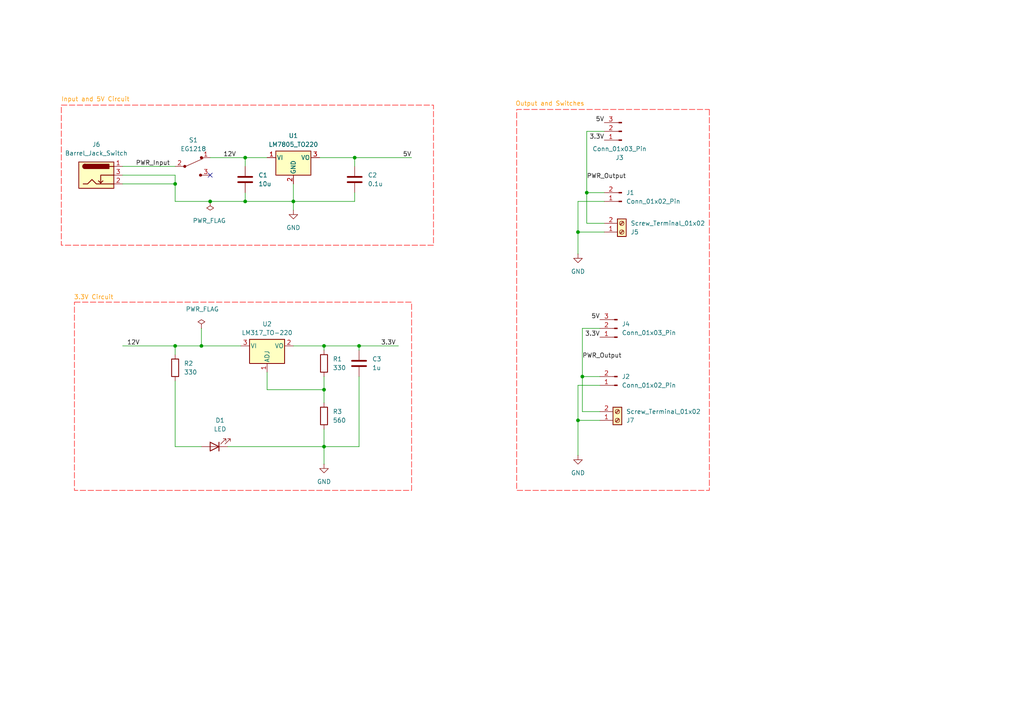
<source format=kicad_sch>
(kicad_sch (version 20250114) (generator "eeschema") (generator_version "9.0")
  (paper "A4")
  (title_block (title "BreadBoard Power Supply") (date "2026-01-29") (rev "1"))
  (lib_symbols
    (symbol "Connector:Barrel_Jack_Switch" (pin_names (hide yes))
      (property "Reference" "J" (at 0 5.334 0))
      (property "Value" "Barrel_Jack_Switch" (at 0 -5.08 0))
      (symbol "Barrel_Jack_Switch_0_1"
        (rectangle (start -5.08 3.81) (end 5.08 -3.81) (stroke (width 0.254)) (fill (type background)))
        (polyline (pts (xy -3.81 -2.54) (xy -2.54 -2.54) (xy -1.27 -1.27) (xy 0 -2.54) (xy 2.54 -2.54) (xy 5.08 -2.54)) (stroke (width 0.254)))
        (arc (start -3.302 1.905) (mid -3.9343 2.54) (end -3.302 3.175) (stroke (width 0.254)))
        (arc (start -3.302 1.905) (mid -3.9343 2.54) (end -3.302 3.175) (stroke (width 0.254)) (fill (type outline)))
        (polyline (pts (xy 1.27 -2.286) (xy 1.905 -1.651)) (stroke (width 0.254)))
        (rectangle (start 3.683 3.175) (end -3.302 1.905) (stroke (width 0.254)) (fill (type outline)))
        (polyline (pts (xy 5.08 2.54) (xy 3.81 2.54)) (stroke (width 0.254)))
        (polyline (pts (xy 5.08 0) (xy 1.27 0) (xy 1.27 -2.286) (xy 0.635 -1.651)) (stroke (width 0.254)))
      )
      (symbol "Barrel_Jack_Switch_1_1"
        (pin passive line (at 7.62 2.54 180) (length 2.54) (name "~") (number "1"))
        (pin passive line (at 7.62 0 180) (length 2.54) (name "~") (number "3"))
        (pin passive line (at 7.62 -2.54 180) (length 2.54) (name "~") (number "2"))
      )
    )
    (symbol "Connector:Conn_01x02_Pin" (pin_names (offset 1.016) (hide yes))
      (property "Reference" "J" (at 0 2.54 0))
      (property "Value" "Conn_01x02_Pin" (at 0 -5.08 0))
      (symbol "Conn_01x02_Pin_1_1"
        (rectangle (start 0.8636 0.127) (end 0 -0.127) (stroke (width 0.1524)) (fill (type outline)))
        (rectangle (start 0.8636 -2.413) (end 0 -2.667) (stroke (width 0.1524)) (fill (type outline)))
        (polyline (pts (xy 1.27 0) (xy 0.8636 0)) (stroke (width 0.1524)))
        (polyline (pts (xy 1.27 -2.54) (xy 0.8636 -2.54)) (stroke (width 0.1524)))
        (pin passive line (at 5.08 0 180) (length 3.81) (name "Pin_1") (number "1"))
        (pin passive line (at 5.08 -2.54 180) (length 3.81) (name "Pin_2") (number "2"))
      )
    )
    (symbol "Connector:Conn_01x03_Pin" (pin_names (offset 1.016) (hide yes))
      (property "Reference" "J" (at 0 5.08 0))
      (property "Value" "Conn_01x03_Pin" (at 0 -5.08 0))
      (symbol "Conn_01x03_Pin_1_1"
        (rectangle (start 0.8636 2.667) (end 0 2.413) (stroke (width 0.1524)) (fill (type outline)))
        (rectangle (start 0.8636 0.127) (end 0 -0.127) (stroke (width 0.1524)) (fill (type outline)))
        (rectangle (start 0.8636 -2.413) (end 0 -2.667) (stroke (width 0.1524)) (fill (type outline)))
        (polyline (pts (xy 1.27 2.54) (xy 0.8636 2.54)) (stroke (width 0.1524)))
        (polyline (pts (xy 1.27 0) (xy 0.8636 0)) (stroke (width 0.1524)))
        (polyline (pts (xy 1.27 -2.54) (xy 0.8636 -2.54)) (stroke (width 0.1524)))
        (pin passive line (at 5.08 2.54 180) (length 3.81) (name "Pin_1") (number "1"))
        (pin passive line (at 5.08 0 180) (length 3.81) (name "Pin_2") (number "2"))
        (pin passive line (at 5.08 -2.54 180) (length 3.81) (name "Pin_3") (number "3"))
      )
    )
    (symbol "Connector:Screw_Terminal_01x02" (pin_names (offset 1.016) (hide yes))
      (property "Reference" "J" (at 0 2.54 0))
      (property "Value" "Screw_Terminal_01x02" (at 0 -5.08 0))
      (symbol "Screw_Terminal_01x02_1_1"
        (rectangle (start -1.27 1.27) (end 1.27 -3.81) (stroke (width 0.254)) (fill (type background)))
        (polyline (pts (xy -0.5334 0.3302) (xy 0.3302 -0.508)) (stroke (width 0.1524)))
        (polyline (pts (xy -0.5334 -2.2098) (xy 0.3302 -3.048)) (stroke (width 0.1524)))
        (polyline (pts (xy -0.3556 0.508) (xy 0.508 -0.3302)) (stroke (width 0.1524)))
        (polyline (pts (xy -0.3556 -2.032) (xy 0.508 -2.8702)) (stroke (width 0.1524)))
        (circle (center 0 0) (radius 0.635) (stroke (width 0.1524)))
        (circle (center 0 -2.54) (radius 0.635) (stroke (width 0.1524)))
        (pin passive line (at -5.08 0 0) (length 3.81) (name "Pin_1") (number "1"))
        (pin passive line (at -5.08 -2.54 0) (length 3.81) (name "Pin_2") (number "2"))
      )
    )
    (symbol "Device:C" (pin_numbers (hide yes)) (pin_names (offset 0.254))
      (property "Reference" "C" (at 0.635 2.54 0))
      (property "Value" "C" (at 0.635 -2.54 0))
      (symbol "C_0_1"
        (polyline (pts (xy -2.032 0.762) (xy 2.032 0.762)) (stroke (width 0.508)))
        (polyline (pts (xy -2.032 -0.762) (xy 2.032 -0.762)) (stroke (width 0.508)))
      )
      (symbol "C_1_1"
        (pin passive line (at 0 3.81 270) (length 2.794) (name "~") (number "1"))
        (pin passive line (at 0 -3.81 90) (length 2.794) (name "~") (number "2"))
      )
    )
    (symbol "Device:LED" (pin_numbers (hide yes)) (pin_names (offset 1.016) (hide yes))
      (property "Reference" "D" (at 0 2.54 0))
      (property "Value" "LED" (at 0 -2.54 0))
      (symbol "LED_0_1"
        (polyline (pts (xy -3.048 -0.762) (xy -4.572 -2.286) (xy -3.81 -2.286) (xy -4.572 -2.286) (xy -4.572 -1.524)))
        (polyline (pts (xy -1.778 -0.762) (xy -3.302 -2.286) (xy -2.54 -2.286) (xy -3.302 -2.286) (xy -3.302 -1.524)))
        (polyline (pts (xy -1.27 0) (xy 1.27 0)))
        (polyline (pts (xy -1.27 -1.27) (xy -1.27 1.27)) (stroke (width 0.254)))
        (polyline (pts (xy 1.27 -1.27) (xy 1.27 1.27) (xy -1.27 0) (xy 1.27 -1.27)) (stroke (width 0.254)))
      )
      (symbol "LED_1_1"
        (pin passive line (at -3.81 0 0) (length 2.54) (name "K") (number "1"))
        (pin passive line (at 3.81 0 180) (length 2.54) (name "A") (number "2"))
      )
    )
    (symbol "Device:R" (pin_numbers (hide yes)) (pin_names (offset 0))
      (property "Reference" "R" (at 2.032 0 90))
      (property "Value" "R" (at 0 0 90))
      (symbol "R_0_1"
        (rectangle (start -1.016 -2.54) (end 1.016 2.54) (stroke (width 0.254)))
      )
      (symbol "R_1_1"
        (pin passive line (at 0 3.81 270) (length 1.27) (name "~") (number "1"))
        (pin passive line (at 0 -3.81 90) (length 1.27) (name "~") (number "2"))
      )
    )
    (symbol "Regulator_Linear:LM317_TO-220" (pin_names (offset 0.254))
      (property "Reference" "U" (at -3.81 3.175 0))
      (property "Value" "LM317_TO-220" (at 0 3.175 0))
      (symbol "LM317_TO-220_0_1"
        (rectangle (start -5.08 1.905) (end 5.08 -5.08) (stroke (width 0.254)) (fill (type background)))
      )
      (symbol "LM317_TO-220_1_1"
        (pin power_in line (at -7.62 0 0) (length 2.54) (name "VI") (number "3"))
        (pin input line (at 0 -7.62 90) (length 2.54) (name "ADJ") (number "1"))
        (pin power_out line (at 7.62 0 180) (length 2.54) (name "VO") (number "2"))
      )
    )
    (symbol "Regulator_Linear:LM7805_TO220" (pin_names (offset 0.254))
      (property "Reference" "U" (at -3.81 3.175 0))
      (property "Value" "LM7805_TO220" (at 0 3.175 0))
      (symbol "LM7805_TO220_0_1"
        (rectangle (start -5.08 1.905) (end 5.08 -5.08) (stroke (width 0.254)) (fill (type background)))
      )
      (symbol "LM7805_TO220_1_1"
        (pin power_in line (at -7.62 0 0) (length 2.54) (name "VI") (number "1"))
        (pin power_in line (at 0 -7.62 90) (length 2.54) (name "GND") (number "2"))
        (pin power_out line (at 7.62 0 180) (length 2.54) (name "VO") (number "3"))
      )
    )
    (symbol "dk_Slide-Switches:EG1218" (pin_names (offset 0))
      (property "Reference" "S" (at -3.81 2.286 0))
      (property "Value" "EG1218" (at 0 -5.334 0))
      (symbol "EG1218_0_1"
        (circle (center -2.286 0) (radius 0.3556) (fill (type outline)))
        (polyline (pts (xy -2.032 0) (xy 3.048 2.286)))
        (circle (center 2.286 -2.54) (radius 0.3556) (fill (type outline)))
        (circle (center 2.54 2.54) (radius 0.3556) (fill (type outline)))
      )
      (symbol "EG1218_1_1"
        (pin passive line (at -5.08 0 0) (length 2.54) (name "~") (number "2"))
        (pin passive line (at 5.08 2.54 180) (length 2.54) (name "~") (number "1"))
        (pin passive line (at 5.08 -2.54 180) (length 2.54) (name "~") (number "3"))
      )
    )
    (symbol "power:GND" (power) (pin_numbers (hide yes)) (pin_names (offset 0) (hide yes))
      (property "Value" "GND" (at 0 -3.81 0))
      (symbol "GND_0_1"
        (polyline (pts (xy 0 0) (xy 0 -1.27) (xy 1.27 -1.27) (xy 0 -2.54) (xy -1.27 -1.27) (xy 0 -1.27)))
      )
      (symbol "GND_1_1"
        (pin power_in line (at 0 0 270) (length 0) (name "~") (number "1"))
      )
    )
    (symbol "power:PWR_FLAG" (power) (pin_numbers (hide yes)) (pin_names (offset 0) (hide yes))
      (property "Value" "PWR_FLAG" (at 0 3.81 0))
      (symbol "PWR_FLAG_0_0"
        (pin power_out line (at 0 0 90) (length 0) (name "~") (number "1"))
      )
      (symbol "PWR_FLAG_0_1"
        (polyline (pts (xy 0 0) (xy 0 1.27) (xy -1.016 1.905) (xy 0 2.54) (xy 1.016 1.905) (xy 0 1.27)))
      )
    )
  )
  (text "3.3V Circuit" (at 27.178 86.36 0) (effects (font (size 1.27 1.27))))
  (text "Input and 5V Circuit" (at 27.686 28.956 0) (effects (font (size 1.27 1.27))))
  (text "Output and Switches" (at 159.512 30.226 0) (effects (font (size 1.27 1.27))))
  (junction (at 58.42 100.33))
  (junction (at 50.8 100.33))
  (junction (at 71.12 45.72))
  (junction (at 85.09 58.42))
  (junction (at 50.8 53.34))
  (junction (at 71.12 58.42))
  (junction (at 60.96 58.42))
  (junction (at 167.64 121.92))
  (junction (at 93.98 100.33))
  (junction (at 170.18 55.88))
  (junction (at 167.64 67.31))
  (junction (at 102.87 45.72))
  (junction (at 93.98 129.54))
  (junction (at 168.91 109.22))
  (junction (at 104.14 100.33))
  (junction (at 93.98 113.03))
  (no_connect (at 60.96 50.8))
  (wire (pts (xy 93.98 129.54) (xy 93.98 134.62)))
  (wire (pts (xy 77.47 113.03) (xy 93.98 113.03)))
  (wire (pts (xy 93.98 129.54) (xy 93.98 124.46)))
  (wire (pts (xy 85.09 100.33) (xy 93.98 100.33)))
  (wire (pts (xy 50.8 50.8) (xy 50.8 53.34)))
  (wire (pts (xy 50.8 100.33) (xy 50.8 102.87)))
  (wire (pts (xy 93.98 100.33) (xy 93.98 101.6)))
  (wire (pts (xy 71.12 55.88) (xy 71.12 58.42)))
  (wire (pts (xy 167.64 58.42) (xy 167.64 67.31)))
  (wire (pts (xy 167.64 67.31) (xy 175.26 67.31)))
  (wire (pts (xy 168.91 95.25) (xy 173.99 95.25)))
  (wire (pts (xy 58.42 95.25) (xy 58.42 100.33)))
  (wire (pts (xy 50.8 100.33) (xy 58.42 100.33)))
  (wire (pts (xy 77.47 107.95) (xy 77.47 113.03)))
  (wire (pts (xy 60.96 45.72) (xy 71.12 45.72)))
  (wire (pts (xy 35.56 50.8) (xy 50.8 50.8)))
  (wire (pts (xy 175.26 58.42) (xy 167.64 58.42)))
  (wire (pts (xy 173.99 111.76) (xy 167.64 111.76)))
  (wire (pts (xy 104.14 109.22) (xy 104.14 129.54)))
  (wire (pts (xy 167.64 73.66) (xy 167.64 67.31)))
  (wire (pts (xy 71.12 45.72) (xy 77.47 45.72)))
  (wire (pts (xy 175.26 55.88) (xy 170.18 55.88)))
  (wire (pts (xy 50.8 129.54) (xy 58.42 129.54)))
  (wire (pts (xy 92.71 45.72) (xy 102.87 45.72)))
  (wire (pts (xy 93.98 109.22) (xy 93.98 113.03)))
  (wire (pts (xy 102.87 58.42) (xy 102.87 55.88)))
  (wire (pts (xy 170.18 64.77) (xy 175.26 64.77)))
  (wire (pts (xy 170.18 55.88) (xy 170.18 64.77)))
  (wire (pts (xy 71.12 58.42) (xy 85.09 58.42)))
  (wire (pts (xy 93.98 113.03) (xy 93.98 116.84)))
  (wire (pts (xy 60.96 58.42) (xy 71.12 58.42)))
  (wire (pts (xy 104.14 100.33) (xy 104.14 101.6)))
  (wire (pts (xy 85.09 58.42) (xy 85.09 60.96)))
  (wire (pts (xy 168.91 119.38) (xy 173.99 119.38)))
  (wire (pts (xy 93.98 100.33) (xy 104.14 100.33)))
  (wire (pts (xy 175.26 38.1) (xy 170.18 38.1)))
  (wire (pts (xy 167.64 121.92) (xy 173.99 121.92)))
  (wire (pts (xy 167.64 121.92) (xy 167.64 132.08)))
  (wire (pts (xy 85.09 53.34) (xy 85.09 58.42)))
  (wire (pts (xy 50.8 53.34) (xy 50.8 58.42)))
  (wire (pts (xy 170.18 38.1) (xy 170.18 55.88)))
  (wire (pts (xy 35.56 48.26) (xy 50.8 48.26)))
  (wire (pts (xy 168.91 109.22) (xy 168.91 119.38)))
  (wire (pts (xy 104.14 100.33) (xy 115.57 100.33)))
  (wire (pts (xy 50.8 110.49) (xy 50.8 129.54)))
  (wire (pts (xy 35.56 100.33) (xy 50.8 100.33)))
  (wire (pts (xy 104.14 129.54) (xy 93.98 129.54)))
  (wire (pts (xy 35.56 53.34) (xy 50.8 53.34)))
  (wire (pts (xy 102.87 45.72) (xy 119.38 45.72)))
  (wire (pts (xy 66.04 129.54) (xy 93.98 129.54)))
  (wire (pts (xy 168.91 95.25) (xy 168.91 109.22)))
  (wire (pts (xy 167.64 111.76) (xy 167.64 121.92)))
  (wire (pts (xy 58.42 100.33) (xy 69.85 100.33)))
  (wire (pts (xy 168.91 109.22) (xy 173.99 109.22)))
  (wire (pts (xy 85.09 58.42) (xy 102.87 58.42)))
  (wire (pts (xy 71.12 45.72) (xy 71.12 48.26)))
  (wire (pts (xy 50.8 58.42) (xy 60.96 58.42)))
  (wire (pts (xy 102.87 45.72) (xy 102.87 48.26)))
  (label "3.3V" (at 175.26 40.64 180))
  (label "5V" (at 116.84 45.72 0))
  (label "5V" (at 173.99 92.71 180))
  (label "5V" (at 175.26 35.56 180))
  (label "12V" (at 64.77 45.72 0))
  (label "3.3V" (at 110.49 100.33 0))
  (label "PWR_Output" (at 168.91 104.14 0))
  (label "3.3V" (at 173.99 97.79 180))
  (label "PWR_Output" (at 170.18 52.07 0))
  (label "12V" (at 36.83 100.33 0))
  (label "PWR_Input" (at 39.37 48.26 0))
  (rule_area (polyline (pts (xy 17.78 30.48) (xy 125.73 30.48) (xy 125.73 71.12) (xy 17.78 71.12)) (stroke (width 0) (type dash))))
  (rule_area (polyline (pts (xy 205.74 31.75) (xy 205.74 142.24) (xy 149.86 142.24) (xy 149.86 31.75) (xy 196.85 31.75)) (stroke (width 0) (type dash))))
  (rule_area (polyline (pts (xy 21.59 87.63) (xy 119.38 87.63) (xy 119.38 142.24) (xy 21.59 142.24)) (stroke (width 0) (type dash))))
  (symbol (lib_id "Connector:Conn_01x02_Pin") (at 180.34 58.42 180) (unit 1)
    (property "Reference" "J1" (at 181.61 55.8799 0) (effects (justify right)))
    (property "Value" "Conn_01x02_Pin" (at 181.61 58.4199 0) (effects (justify right)))
    (property "Footprint" "Connector_PinHeader_2.54mm:PinHeader_1x02_P2.54mm_Vertical" (effects (hide yes)))
    (property "Description" "Generic connector, single row, 01x02, script generated" (effects (hide yes)))
  )
  (symbol (lib_id "Device:C") (at 102.87 52.07 0) (unit 1)
    (property "Reference" "C2" (at 106.68 50.7999 0) (effects (justify left)))
    (property "Value" "0.1u" (at 106.68 53.3399 0) (effects (justify left)))
    (property "Footprint" "Capacitor_THT:C_Disc_D3.0mm_W1.6mm_P2.50mm" (effects (hide yes)))
    (property "Description" "Unpolarized capacitor" (effects (hide yes)))
  )
  (symbol (lib_id "power:GND") (at 93.98 134.62 0) (unit 1)
    (property "Reference" "#PWR02" (effects (hide yes)))
    (property "Value" "GND" (at 93.98 139.7 0))
    (property "Description" "Power symbol creates a global label with name \"GND\" , ground" (effects (hide yes)))
  )
  (symbol (lib_id "Device:C") (at 104.14 105.41 0) (unit 1)
    (property "Reference" "C3" (at 107.95 104.1399 0) (effects (justify left)))
    (property "Value" "1u" (at 107.95 106.6799 0) (effects (justify left)))
    (property "Footprint" "Capacitor_THT:C_Disc_D3.0mm_W1.6mm_P2.50mm" (effects (hide yes)))
    (property "Description" "Unpolarized capacitor" (effects (hide yes)))
  )
  (symbol (lib_id "power:GND") (at 167.64 73.66 0) (unit 1)
    (property "Reference" "#PWR04" (effects (hide yes)))
    (property "Value" "GND" (at 167.64 78.74 0))
    (property "Description" "Power symbol creates a global label with name \"GND\" , ground" (effects (hide yes)))
  )
  (symbol (lib_id "Device:LED") (at 62.23 129.54 180) (unit 1)
    (property "Reference" "D1" (at 63.8175 121.92 0))
    (property "Value" "LED" (at 63.8175 124.46 0))
    (property "Footprint" "LED_THT:LED_D5.0mm" (effects (hide yes)))
    (property "Description" "Light emitting diode" (effects (hide yes)))
    (property "Sim.Pins" "1=K 2=A" (effects (hide yes)))
  )
  (symbol (lib_id "dk_Slide-Switches:EG1218") (at 55.88 48.26 0) (unit 1)
    (property "Reference" "S1" (at 56.0832 40.64 0))
    (property "Value" "EG1218" (at 56.0832 43.18 0))
    (property "Footprint" "digikey-footprints:Switch_Slide_11.6x4mm_EG1218" (effects (hide yes)))
    (property "Datasheet" "http://spec_sheets.e-switch.com/specs/P040040.pdf" (effects (hide yes)))
    (property "Description" "SWITCH SLIDE SPDT 200MA 30V" (effects (hide yes)))
    (property "Digi-Key_PN" "EG1903-ND" (effects (hide yes)))
    (property "MPN" "EG1218" (effects (hide yes)))
    (property "Category" "Switches" (effects (hide yes)))
    (property "Family" "Slide Switches" (effects (hide yes)))
    (property "DK_Datasheet_Link" "http://spec_sheets.e-switch.com/specs/P040040.pdf" (effects (hide yes)))
    (property "DK_Detail_Page" "/product-detail/en/e-switch/EG1218/EG1903-ND/101726" (effects (hide yes)))
    (property "Description_1" "SWITCH SLIDE SPDT 200MA 30V" (effects (hide yes)))
    (property "Manufacturer" "E-Switch" (effects (hide yes)))
    (property "Status" "Active" (effects (hide yes)))
  )
  (symbol (lib_id "Device:R") (at 93.98 105.41 180) (unit 1)
    (property "Reference" "R1" (at 96.52 104.1399 0) (effects (justify right)))
    (property "Value" "330" (at 96.52 106.6799 0) (effects (justify right)))
    (property "Footprint" "Resistor_THT:R_Axial_DIN0204_L3.6mm_D1.6mm_P7.62mm_Horizontal" (effects (hide yes)))
    (property "Description" "Resistor" (effects (hide yes)))
  )
  (symbol (lib_id "power:GND") (at 167.64 132.08 0) (unit 1)
    (property "Reference" "#PWR03" (effects (hide yes)))
    (property "Value" "GND" (at 167.64 137.16 0))
    (property "Description" "Power symbol creates a global label with name \"GND\" , ground" (effects (hide yes)))
  )
  (symbol (lib_id "Device:R") (at 93.98 120.65 180) (unit 1)
    (property "Reference" "R3" (at 96.52 119.3799 0) (effects (justify right)))
    (property "Value" "560" (at 96.52 121.9199 0) (effects (justify right)))
    (property "Footprint" "Resistor_THT:R_Axial_DIN0204_L3.6mm_D1.6mm_P7.62mm_Horizontal" (effects (hide yes)))
    (property "Description" "Resistor" (effects (hide yes)))
  )
  (symbol (lib_id "Connector:Screw_Terminal_01x02") (at 179.07 121.92 0) (mirror x) (unit 1)
    (property "Reference" "J7" (at 181.61 121.9201 0) (effects (justify left)))
    (property "Value" "Screw_Terminal_01x02" (at 181.61 119.3801 0) (effects (justify left)))
    (property "Footprint" "TerminalBlock:TerminalBlock_bornier-2_P5.08mm" (effects (hide yes)))
    (property "Description" "Generic screw terminal, single row, 01x02, script generated (kicad-library-utils/schlib/autogen/connector/)" (effects (hide yes)))
  )
  (symbol (lib_id "Regulator_Linear:LM7805_TO220") (at 85.09 45.72 0) (unit 1)
    (property "Reference" "U1" (at 85.09 39.37 0))
    (property "Value" "LM7805_TO220" (at 85.09 41.91 0))
    (property "Footprint" "Package_TO_SOT_THT:TO-220-3_Vertical" (effects (hide yes)))
    (property "Datasheet" "https://www.onsemi.cn/PowerSolutions/document/MC7800-D.PDF" (effects (hide yes)))
    (property "Description" "Positive 1A 35V Linear Regulator, Fixed Output 5V, TO-220" (effects (hide yes)))
  )
  (symbol (lib_id "Connector:Conn_01x03_Pin") (at 179.07 95.25 180) (unit 1)
    (property "Reference" "J4" (at 180.34 93.9799 0) (effects (justify right)))
    (property "Value" "Conn_01x03_Pin" (at 180.34 96.5199 0) (effects (justify right)))
    (property "Footprint" "Connector_PinHeader_2.54mm:PinHeader_1x03_P2.54mm_Vertical" (effects (hide yes)))
    (property "Description" "Generic connector, single row, 01x03, script generated" (effects (hide yes)))
  )
  (symbol (lib_id "Connector:Barrel_Jack_Switch") (at 27.94 50.8 0) (unit 1)
    (property "Reference" "J6" (at 27.94 41.91 0))
    (property "Value" "Barrel_Jack_Switch" (at 27.94 44.45 0))
    (property "Footprint" "Connector_BarrelJack:BarrelJack_Horizontal" (effects (hide yes)))
    (property "Description" "DC Barrel Jack with an internal switch" (effects (hide yes)))
  )
  (symbol (lib_id "power:GND") (at 85.09 60.96 0) (unit 1)
    (property "Reference" "#PWR01" (effects (hide yes)))
    (property "Value" "GND" (at 85.09 66.04 0))
    (property "Description" "Power symbol creates a global label with name \"GND\" , ground" (effects (hide yes)))
  )
  (symbol (lib_id "Connector:Screw_Terminal_01x02") (at 180.34 67.31 0) (mirror x) (unit 1)
    (property "Reference" "J5" (at 182.88 67.3101 0) (effects (justify left)))
    (property "Value" "Screw_Terminal_01x02" (at 182.88 64.7701 0) (effects (justify left)))
    (property "Footprint" "TerminalBlock:TerminalBlock_bornier-2_P5.08mm" (effects (hide yes)))
    (property "Description" "Generic screw terminal, single row, 01x02, script generated (kicad-library-utils/schlib/autogen/connector/)" (effects (hide yes)))
  )
  (symbol (lib_id "Device:C") (at 71.12 52.07 0) (unit 1)
    (property "Reference" "C1" (at 74.93 50.7999 0) (effects (justify left)))
    (property "Value" "10u" (at 74.93 53.3399 0) (effects (justify left)))
    (property "Footprint" "Capacitor_THT:C_Disc_D3.0mm_W1.6mm_P2.50mm" (effects (hide yes)))
    (property "Description" "Unpolarized capacitor" (effects (hide yes)))
  )
  (symbol (lib_id "Device:R") (at 50.8 106.68 180) (unit 1)
    (property "Reference" "R2" (at 53.34 105.4099 0) (effects (justify right)))
    (property "Value" "330" (at 53.34 107.9499 0) (effects (justify right)))
    (property "Footprint" "Resistor_THT:R_Axial_DIN0204_L3.6mm_D1.6mm_P7.62mm_Horizontal" (effects (hide yes)))
    (property "Description" "Resistor" (effects (hide yes)))
  )
  (symbol (lib_id "Connector:Conn_01x02_Pin") (at 179.07 111.76 180) (unit 1)
    (property "Reference" "J2" (at 180.34 109.2199 0) (effects (justify right)))
    (property "Value" "Conn_01x02_Pin" (at 180.34 111.7599 0) (effects (justify right)))
    (property "Footprint" "Connector_PinHeader_2.54mm:PinHeader_1x02_P2.54mm_Vertical" (effects (hide yes)))
    (property "Description" "Generic connector, single row, 01x02, script generated" (effects (hide yes)))
  )
  (symbol (lib_id "power:PWR_FLAG") (at 60.96 58.42 180) (unit 1)
    (property "Reference" "#FLG01" (effects (hide yes)))
    (property "Value" "PWR_FLAG" (at 60.706 64.008 0))
    (property "Description" "Special symbol for telling ERC where power comes from" (effects (hide yes)))
  )
  (symbol (lib_id "Regulator_Linear:LM317_TO-220") (at 77.47 100.33 0) (unit 1)
    (property "Reference" "U2" (at 77.47 93.98 0))
    (property "Value" "LM317_TO-220" (at 77.47 96.52 0))
    (property "Footprint" "Package_TO_SOT_THT:TO-220-3_Vertical" (effects (hide yes)))
    (property "Datasheet" "http://www.ti.com/lit/ds/symlink/lm317.pdf" (effects (hide yes)))
    (property "Description" "1.5A 35V Adjustable Linear Regulator, TO-220" (effects (hide yes)))
  )
  (symbol (lib_id "power:PWR_FLAG") (at 58.42 95.25 0) (unit 1)
    (property "Reference" "#FLG02" (effects (hide yes)))
    (property "Value" "PWR_FLAG" (at 58.674 89.662 0))
    (property "Description" "Special symbol for telling ERC where power comes from" (effects (hide yes)))
  )
  (symbol (lib_id "Connector:Conn_01x03_Pin") (at 180.34 38.1 180) (unit 1)
    (property "Reference" "J3" (at 179.705 45.72 0))
    (property "Value" "Conn_01x03_Pin" (at 179.705 43.18 0))
    (property "Footprint" "Connector_PinHeader_2.54mm:PinHeader_1x03_P2.54mm_Vertical" (effects (hide yes)))
    (property "Description" "Generic connector, single row, 01x03, script generated" (effects (hide yes)))
  )
)
</source>
